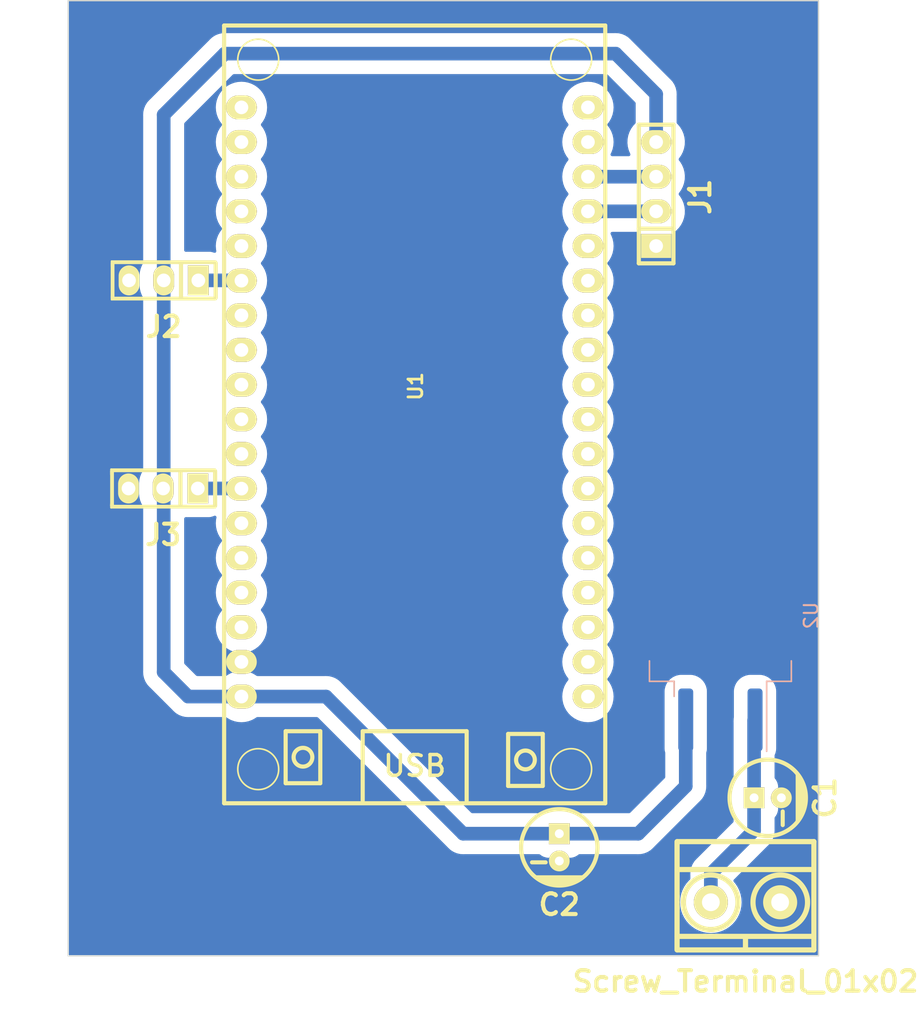
<source format=kicad_pcb>
(kicad_pcb (version 20221018) (generator pcbnew)
  (layers (0 "F.Cu" signal) (31 "B.Cu" signal) (34 "B.Paste" user) (35 "F.Paste" user) (36 "B.SilkS" user "B.Silkscreen") (37 "F.SilkS" user "F.Silkscreen") (38 "B.Mask" user) (39 "F.Mask" user) (44 "Edge.Cuts" user))
  (net 0 "")
  (net 1 "/5V")
  (net 2 "/PLUVI")
  (net 7 "/SAL _STEP")
  (net 28 "GND")
  (net 29 "/RX_E")
  (net 33 "/TX_E")
  (net 34 "/VELETA")
  (footprint "EESTN5:ESP32_DEVKIT_V1_DOIT" (layer "F.Cu") (at 55.4 43.14 -90)
    (fp_text reference "U1" (at 0.127 -0.0635 90) (layer "F.SilkS") (effects (font (size 1.016 1.016) (thickness 0.2032))))
    (fp_text value "ESP32_DevKit_V1_DOIT" hide)
    (fp_text user "USB" (at 27.94 0) (layer "F.SilkS") (effects (font (size 1.524 1.524) (thickness 0.254))))
    (fp_line (start -26.32 -13.97) (end -26.32 13.97) (stroke (width 0.3048)) (layer "F.SilkS"))
    (fp_line (start -26.32 -13.97) (end 30.68 -13.97) (stroke (width 0.3048)) (layer "F.SilkS"))
    (fp_line (start -26.32 13.97) (end 30.68 13.97) (stroke (width 0.3048)) (layer "F.SilkS"))
    (fp_line (start 25.4 -3.81) (end 25.4 3.81) (stroke (width 0.3048)) (layer "F.SilkS"))
    (fp_line (start 25.4 3.81) (end 30.48 3.81) (stroke (width 0.3048)) (layer "F.SilkS"))
    (fp_line (start 25.4 6.92) (end 29.21 6.92) (stroke (width 0.3048)) (layer "F.SilkS"))
    (fp_line (start 25.4 9.46) (end 25.4 6.92) (stroke (width 0.3048)) (layer "F.SilkS"))
    (fp_line (start 25.6 -9.39) (end 25.6 -6.85) (stroke (width 0.3048)) (layer "F.SilkS"))
    (fp_line (start 25.6 -6.85) (end 29.41 -6.85) (stroke (width 0.3048)) (layer "F.SilkS"))
    (fp_line (start 29.21 6.92) (end 29.21 9.46) (stroke (width 0.3048)) (layer "F.SilkS"))
    (fp_line (start 29.21 9.46) (end 25.4 9.46) (stroke (width 0.3048)) (layer "F.SilkS"))
    (fp_line (start 29.41 -9.39) (end 25.6 -9.39) (stroke (width 0.3048)) (layer "F.SilkS"))
    (fp_line (start 29.41 -6.85) (end 29.41 -9.39) (stroke (width 0.3048)) (layer "F.SilkS"))
    (fp_line (start 30.48 -3.81) (end 25.4 -3.81) (stroke (width 0.3048)) (layer "F.SilkS"))
    (fp_line (start 30.68 13.97) (end 30.68 -13.97) (stroke (width 0.3048)) (layer "F.SilkS"))
    (fp_circle (center -23.82 -11.47) (end -22.32 -11.47) (stroke (width 0.12)) (fill none) (layer "F.SilkS"))
    (fp_circle (center -23.82 11.47) (end -22.32 11.47) (stroke (width 0.12)) (fill none) (layer "F.SilkS"))
    (fp_circle (center 27.305 8.19) (end 27.8765 8.571) (stroke (width 0.3048)) (fill none) (layer "F.SilkS"))
    (fp_circle (center 27.505 -8.12) (end 28.0765 -7.739) (stroke (width 0.3048)) (fill none) (layer "F.SilkS"))
    (fp_circle (center 28.18 -11.47) (end 29.68 -11.47) (stroke (width 0.12)) (fill none) (layer "F.SilkS"))
    (fp_circle (center 28.18 11.47) (end 29.68 11.47) (stroke (width 0.12)) (fill none) (layer "F.SilkS"))
    (pad "1" thru_hole oval (at -20.32 12.7 90) (size 1.75 2.25) (drill 1) (layers "*.Cu" "*.Mask" "F.SilkS"))
    (pad "2" thru_hole oval (at -17.78 12.7 90) (size 1.75 2.25) (drill 1) (layers "*.Cu" "*.Mask" "F.SilkS"))
    (pad "3" thru_hole oval (at -15.24 12.7 90) (size 1.75 2.25) (drill 1) (layers "*.Cu" "*.Mask" "F.SilkS"))
    (pad "4" thru_hole oval (at -12.7 12.7 90) (size 1.75 2.25) (drill 1) (layers "*.Cu" "*.Mask" "F.SilkS"))
    (pad "5" thru_hole oval (at -10.16 12.7 90) (size 1.75 2.25) (drill 1) (layers "*.Cu" "*.Mask" "F.SilkS"))
    (pad "6" thru_hole oval (at -7.62 12.7 90) (size 1.75 2.25) (drill 1) (layers "*.Cu" "*.Mask" "F.SilkS") (net 2 "/PLUVI"))
    (pad "7" thru_hole oval (at -5.08 12.7 90) (size 1.75 2.25) (drill 1) (layers "*.Cu" "*.Mask" "F.SilkS"))
    (pad "8" thru_hole oval (at -2.54 12.7 90) (size 1.75 2.25) (drill 1) (layers "*.Cu" "*.Mask" "F.SilkS"))
    (pad "9" thru_hole oval (at 0 12.7 90) (size 1.75 2.25) (drill 1) (layers "*.Cu" "*.Mask" "F.SilkS"))
    (pad "10" thru_hole oval (at 2.54 12.7 90) (size 1.75 2.25) (drill 1) (layers "*.Cu" "*.Mask" "F.SilkS"))
    (pad "11" thru_hole oval (at 5.08 12.7 90) (size 1.75 2.25) (drill 1) (layers "*.Cu" "*.Mask" "F.SilkS"))
    (pad "12" thru_hole oval (at 7.62 12.7 90) (size 1.75 2.25) (drill 1) (layers "*.Cu" "*.Mask" "F.SilkS") (net 34 "/VELETA"))
    (pad "13" thru_hole oval (at 10.16 12.7 90) (size 1.75 2.25) (drill 1) (layers "*.Cu" "*.Mask" "F.SilkS"))
    (pad "14" thru_hole oval (at 12.7 12.7 90) (size 1.75 2.25) (drill 1) (layers "*.Cu" "*.Mask" "F.SilkS"))
    (pad "15" thru_hole oval (at 15.24 12.7 90) (size 1.75 2.25) (drill 1) (layers "*.Cu" "*.Mask" "F.SilkS"))
    (pad "16" thru_hole oval (at 17.78 12.7 90) (size 1.75 2.25) (drill 1) (layers "*.Cu" "*.Mask" "F.SilkS"))
    (pad "17" thru_hole oval (at 20.32 12.7 90) (size 1.75 2.25) (drill 1) (layers "*.Cu" "*.Mask" "F.SilkS") (net 28 "GND"))
    (pad "18" thru_hole oval (at 22.86 12.7 90) (size 1.75 2.25) (drill 1) (layers "*.Cu" "*.Mask" "F.SilkS") (net 1 "/5V"))
    (pad "19" thru_hole oval (at 22.86 -12.7 90) (size 1.75 2.25) (drill 1) (layers "*.Cu" "*.Mask" "F.SilkS"))
    (pad "20" thru_hole oval (at 20.32 -12.7 90) (size 1.75 2.25) (drill 1) (layers "*.Cu" "*.Mask" "F.SilkS"))
    (pad "21" thru_hole oval (at 17.78 -12.7 90) (size 1.75 2.25) (drill 1) (layers "*.Cu" "*.Mask" "F.SilkS"))
    (pad "22" thru_hole oval (at 15.24 -12.7 90) (size 1.75 2.25) (drill 1) (layers "*.Cu" "*.Mask" "F.SilkS"))
    (pad "23" thru_hole oval (at 12.7 -12.7 90) (size 1.75 2.25) (drill 1) (layers "*.Cu" "*.Mask" "F.SilkS"))
    (pad "24" thru_hole oval (at 10.16 -12.7 90) (size 1.75 2.25) (drill 1) (layers "*.Cu" "*.Mask" "F.SilkS"))
    (pad "25" thru_hole oval (at 7.62 -12.7 90) (size 1.75 2.25) (drill 1) (layers "*.Cu" "*.Mask" "F.SilkS"))
    (pad "26" thru_hole oval (at 5.08 -12.7 90) (size 1.75 2.25) (drill 1) (layers "*.Cu" "*.Mask" "F.SilkS"))
    (pad "27" thru_hole oval (at 2.54 -12.7 90) (size 1.75 2.25) (drill 1) (layers "*.Cu" "*.Mask" "F.SilkS"))
    (pad "28" thru_hole oval (at 0 -12.7 90) (size 1.75 2.25) (drill 1) (layers "*.Cu" "*.Mask" "F.SilkS"))
    (pad "29" thru_hole oval (at -2.54 -12.7 90) (size 1.75 2.25) (drill 1) (layers "*.Cu" "*.Mask" "F.SilkS"))
    (pad "30" thru_hole oval (at -5.08 -12.7 90) (size 1.75 2.25) (drill 1) (layers "*.Cu" "*.Mask" "F.SilkS"))
    (pad "31" thru_hole oval (at -7.62 -12.7 90) (size 1.75 2.25) (drill 1) (layers "*.Cu" "*.Mask" "F.SilkS"))
    (pad "32" thru_hole oval (at -10.16 -12.7 90) (size 1.75 2.25) (drill 1) (layers "*.Cu" "*.Mask" "F.SilkS"))
    (pad "33" thru_hole oval (at -12.7 -12.7 90) (size 1.75 2.25) (drill 1) (layers "*.Cu" "*.Mask" "F.SilkS") (net 29 "/RX_E"))
    (pad "34" thru_hole oval (at -15.24 -12.7 90) (size 1.75 2.25) (drill 1) (layers "*.Cu" "*.Mask" "F.SilkS") (net 33 "/TX_E"))
    (pad "35" thru_hole oval (at -17.78 -12.7 90) (size 1.75 2.25) (drill 1) (layers "*.Cu" "*.Mask" "F.SilkS"))
    (pad "36" thru_hole oval (at -20.32 -12.7 90) (size 1.75 2.25) (drill 1) (layers "*.Cu" "*.Mask" "F.SilkS"))
  )
  (footprint "EESTN5:Pin_Header_3" (layer "F.Cu") (at 36.96 50.75 180)
    (fp_text reference "J3" (at 0 -3.4) (layer "F.SilkS") (effects (font (size 1.5 1.5) (thickness 0.3))))
    (fp_text value "CONN_01X03" hide)
    (fp_line (start -3.81 -1.397) (end 3.81 -1.397) (stroke (width 0.15)) (layer "F.SilkS"))
    (fp_line (start -3.81 1.27) (end -3.81 -1.27) (stroke (width 0.3048)) (layer "F.SilkS"))
    (fp_line (start -1.27 -1.27) (end -1.27 1.27) (stroke (width 0.3048)) (layer "F.SilkS"))
    (fp_line (start 3.683 1.27) (end 3.683 -1.27) (stroke (width 0.15)) (layer "F.SilkS"))
    (fp_line (start 3.81 -1.397) (end 3.81 -1.143) (stroke (width 0.15)) (layer "F.SilkS"))
    (fp_line (start 3.81 -1.27) (end -3.81 -1.27) (stroke (width 0.15)) (layer "F.SilkS"))
    (fp_line (start 3.81 -1.27) (end 3.81 1.27) (stroke (width 0.15)) (layer "F.SilkS"))
    (fp_line (start 3.81 1.016) (end 3.81 1.397) (stroke (width 0.15)) (layer "F.SilkS"))
    (fp_line (start 3.81 1.27) (end -3.81 1.27) (stroke (width 0.15)) (layer "F.SilkS"))
    (fp_line (start 3.81 1.397) (end -3.81 1.397) (stroke (width 0.15)) (layer "F.SilkS"))
    (pad "1" thru_hole rect (at -2.54 0 180) (size 1.524 2.19964) (drill 1.00076) (layers "*.Cu" "*.Mask" "F.SilkS") (net 34 "/VELETA"))
    (pad "2" thru_hole oval (at 0 0 180) (size 1.524 2.19964) (drill 1.00076) (layers "*.Cu" "*.Mask" "F.SilkS") (net 1 "/5V"))
    (pad "3" thru_hole oval (at 2.54 0 180) (size 1.524 2.19964) (drill 1.00076) (layers "*.Cu" "*.Mask" "F.SilkS") (net 28 "GND"))
  )
  (footprint "EESTN5:CAP_ELEC_5x11mm" (layer "F.Cu") (at 66 77.05 180)
    (fp_text reference "C2" (at 0 -4.2) (layer "F.SilkS") (effects (font (size 1.524 1.524) (thickness 0.3048))))
    (fp_text value "CAPAPOL" hide)
    (fp_line (start -1.7 -2.2) (end 1.7 -2.2) (stroke (width 0.3048)) (layer "F.SilkS"))
    (fp_line (start -1.3 -2.4) (end 1.3 -2.4) (stroke (width 0.3048)) (layer "F.SilkS"))
    (fp_line (start -0.8 -2.6) (end 0.8 -2.6) (stroke (width 0.3048)) (layer "F.SilkS"))
    (fp_line (start 1 -1.1) (end 2 -1.1) (stroke (width 0.3)) (layer "F.SilkS"))
    (fp_circle (center 0 0) (end 2.8 0) (stroke (width 0.3048)) (fill none) (layer "F.SilkS"))
    (pad "1" thru_hole rect (at 0 1 180) (size 1.524 1.524) (drill 0.65) (layers "*.Cu" "*.Mask" "F.SilkS") (net 1 "/5V"))
    (pad "2" thru_hole circle (at 0 -1 180) (size 1.524 1.524) (drill 0.65) (layers "*.Cu" "*.Mask" "F.SilkS") (net 28 "GND"))
  )
  (footprint "EESTN5:pin_strip_4" (layer "F.Cu") (at 73.1 29.17 90)
    (fp_text reference "J1" (at -0.2032 3.2258 90) (layer "F.SilkS") (effects (font (size 1.5 1.5) (thickness 0.3))))
    (fp_text value "Conn_01x04" hide)
    (fp_line (start -5.08 -1.27) (end 5.08 -1.27) (stroke (width 0.3048)) (layer "F.SilkS"))
    (fp_line (start -5.08 1.27) (end -5.08 -1.27) (stroke (width 0.3048)) (layer "F.SilkS"))
    (fp_line (start -2.54 -1.27) (end -2.54 1.27) (stroke (width 0.3048)) (layer "F.SilkS"))
    (fp_line (start 5.08 -1.27) (end 5.08 1.27) (stroke (width 0.3048)) (layer "F.SilkS"))
    (fp_line (start 5.08 1.27) (end -5.08 1.27) (stroke (width 0.3048)) (layer "F.SilkS"))
    (pad "1" thru_hole rect (at -3.81 0 90) (size 1.75 2.2) (drill 1.00076) (layers "*.Cu" "*.Mask" "F.SilkS") (net 28 "GND"))
    (pad "2" thru_hole oval (at -1.27 0 90) (size 1.75 2.2) (drill 1.00076) (layers "*.Cu" "*.Mask" "F.SilkS") (net 29 "/RX_E"))
    (pad "3" thru_hole oval (at 1.27 0 90) (size 1.75 2.2) (drill 1.00076) (layers "*.Cu" "*.Mask" "F.SilkS") (net 33 "/TX_E"))
    (pad "4" thru_hole oval (at 3.81 0 90) (size 1.75 2.2) (drill 1.00076) (layers "*.Cu" "*.Mask" "F.SilkS") (net 1 "/5V"))
  )
  (footprint "EESTN5:CAP_ELEC_5x11mm" (layer "F.Cu") (at 81.28 73.42 -90)
    (fp_text reference "C1" (at 0 -4.2 90) (layer "F.SilkS") (effects (font (size 1.524 1.524) (thickness 0.3048))))
    (fp_text value "CAPAPOL" hide)
    (fp_line (start -1.7 -2.2) (end 1.7 -2.2) (stroke (width 0.3048)) (layer "F.SilkS"))
    (fp_line (start -1.3 -2.4) (end 1.3 -2.4) (stroke (width 0.3048)) (layer "F.SilkS"))
    (fp_line (start -0.8 -2.6) (end 0.8 -2.6) (stroke (width 0.3048)) (layer "F.SilkS"))
    (fp_line (start 1 -1.1) (end 2 -1.1) (stroke (width 0.3)) (layer "F.SilkS"))
    (fp_circle (center 0 0) (end 2.8 0) (stroke (width 0.3048)) (fill none) (layer "F.SilkS"))
    (pad "1" thru_hole rect (at 0 1 270) (size 1.524 1.524) (drill 0.65) (layers "*.Cu" "*.Mask" "F.SilkS") (net 7 "/SAL _STEP"))
    (pad "2" thru_hole circle (at 0 -1 270) (size 1.524 1.524) (drill 0.65) (layers "*.Cu" "*.Mask" "F.SilkS") (net 28 "GND"))
  )
  (footprint "EESTN5:BORNERA2_AZUL" (layer "F.Cu") (at 79.65 81.07625)
    (fp_text reference "J10" hide)
    (fp_text value "Screw_Terminal_01x02" (at 0 5.8) (layer "F.SilkS") (effects (font (size 1.5 1.5) (thickness 0.3))))
    (fp_line (start -5.0165 -4.445) (end -5.0165 3.4925) (stroke (width 0.381)) (layer "F.SilkS"))
    (fp_line (start -5 -2.4) (end 5 -2.4) (stroke (width 0.381)) (layer "F.SilkS"))
    (fp_line (start -5 2.5) (end 5 2.5) (stroke (width 0.381)) (layer "F.SilkS"))
    (fp_line (start -4.9835 3.4925) (end 5.0165 3.4925) (stroke (width 0.381)) (layer "F.SilkS"))
    (fp_line (start 0 2.54) (end 0 3.4845) (stroke (width 0.381)) (layer "F.SilkS"))
    (fp_line (start 5.0165 -4.445) (end -4.9835 -4.445) (stroke (width 0.381)) (layer "F.SilkS"))
    (fp_line (start 5.0165 3.4925) (end 5.0165 -4.445) (stroke (width 0.381)) (layer "F.SilkS"))
    (fp_circle (center -2.55 0) (end -0.55 0) (stroke (width 0.381)) (fill none) (layer "F.SilkS"))
    (fp_circle (center 2.55 0) (end 0.55 0) (stroke (width 0.381)) (fill none) (layer "F.SilkS"))
    (pad "1" thru_hole circle (at -2.54 0) (size 2.5 2.5) (drill 1.3) (layers "*.Cu" "*.Mask" "F.SilkS") (net 7 "/SAL _STEP"))
    (pad "2" thru_hole circle (at 2.54 0) (size 2.5 2.5) (drill 1.3) (layers "*.Cu" "*.Mask" "F.SilkS") (net 28 "GND"))
  )
  (footprint "EESTN5:Pin_Header_3" (layer "F.Cu") (at 37 35.5 180)
    (fp_text reference "J2" (at 0 -3.4) (layer "F.SilkS") (effects (font (size 1.5 1.5) (thickness 0.3))))
    (fp_text value "PLUVIOMETRO" hide)
    (fp_line (start -3.81 -1.397) (end 3.81 -1.397) (stroke (width 0.15)) (layer "F.SilkS"))
    (fp_line (start -3.81 1.27) (end -3.81 -1.27) (stroke (width 0.3048)) (layer "F.SilkS"))
    (fp_line (start -1.27 -1.27) (end -1.27 1.27) (stroke (width 0.3048)) (layer "F.SilkS"))
    (fp_line (start 3.683 1.27) (end 3.683 -1.27) (stroke (width 0.15)) (layer "F.SilkS"))
    (fp_line (start 3.81 -1.397) (end 3.81 -1.143) (stroke (width 0.15)) (layer "F.SilkS"))
    (fp_line (start 3.81 -1.27) (end -3.81 -1.27) (stroke (width 0.15)) (layer "F.SilkS"))
    (fp_line (start 3.81 -1.27) (end 3.81 1.27) (stroke (width 0.15)) (layer "F.SilkS"))
    (fp_line (start 3.81 1.016) (end 3.81 1.397) (stroke (width 0.15)) (layer "F.SilkS"))
    (fp_line (start 3.81 1.27) (end -3.81 1.27) (stroke (width 0.15)) (layer "F.SilkS"))
    (fp_line (start 3.81 1.397) (end -3.81 1.397) (stroke (width 0.15)) (layer "F.SilkS"))
    (pad "1" thru_hole rect (at -2.54 0 180) (size 1.524 2.19964) (drill 1.00076) (layers "*.Cu" "*.Mask" "F.SilkS") (net 2 "/PLUVI"))
    (pad "2" thru_hole oval (at 0 0 180) (size 1.524 2.19964) (drill 1.00076) (layers "*.Cu" "*.Mask" "F.SilkS") (net 1 "/5V"))
    (pad "3" thru_hole oval (at 2.54 0 180) (size 1.524 2.19964) (drill 1.00076) (layers "*.Cu" "*.Mask" "F.SilkS") (net 28 "GND"))
  )
  (footprint "Package_TO_SOT_SMD:TO-263-2" (layer "B.Cu") (at 77.81 60.06 90)
    (fp_text reference "U2" (at 0 6.65 90) (layer "B.SilkS") (effects (justify mirror)))
    (fp_text value "L7805")
    (fp_line (start -4.825 -5.2) (end -4.825 -3.39) (stroke (width 0.12)) (layer "B.SilkS"))
    (fp_line (start -4.825 -3.39) (end -5.925 -3.39) (stroke (width 0.12)) (layer "B.SilkS"))
    (fp_line (start -4.825 3.39) (end -9.95 3.39) (stroke (width 0.12)) (layer "B.SilkS"))
    (fp_line (start -4.825 5.2) (end -4.825 3.39) (stroke (width 0.12)) (layer "B.SilkS"))
    (fp_line (start -3.325 -5.2) (end -4.825 -5.2) (stroke (width 0.12)) (layer "B.SilkS"))
    (fp_line (start -3.325 5.2) (end -4.825 5.2) (stroke (width 0.12)) (layer "B.SilkS"))
    (pad "1" smd roundrect (at -7.65 2.54 90) (size 4.6 1.1) (layers "B.Cu" "B.Paste" "B.Mask") (roundrect_rratio 0.227273) (net 7 "/SAL _STEP"))
    (pad "2" smd roundrect (at -0.925 -2.775 90) (size 4.55 5.25) (layers "B.Cu" "B.Paste") (roundrect_rratio 0.054945) (net 28 "GND"))
    (pad "2" smd roundrect (at -0.925 2.775 90) (size 4.55 5.25) (layers "B.Cu" "B.Paste") (roundrect_rratio 0.054945) (net 28 "GND"))
    (pad "2" smd roundrect (at 1.5 0 90) (size 9.4 10.8) (layers "B.Cu" "B.Mask") (roundrect_rratio 0.026596) (net 28 "GND"))
    (pad "2" smd roundrect (at 3.925 -2.775 90) (size 4.55 5.25) (layers "B.Cu" "B.Paste") (roundrect_rratio 0.054945) (net 28 "GND"))
    (pad "2" smd roundrect (at 3.925 2.775 90) (size 4.55 5.25) (layers "B.Cu" "B.Paste") (roundrect_rratio 0.054945) (net 28 "GND"))
    (pad "3" smd roundrect (at -7.65 -2.54 90) (size 4.6 1.1) (layers "B.Cu" "B.Paste" "B.Mask") (roundrect_rratio 0.227273) (net 1 "/5V"))
  )
  (gr_rect (start 30 15) (end 85 85) (stroke (width 0.1)) (fill none) (layer "Edge.Cuts"))
  (segment (start 75.27 72.57) (end 71.79 76.05) (width 1) (layer "B.Cu") (net 1))
  (segment (start 37 35.5) (end 37 23.36) (width 1) (layer "B.Cu") (net 1))
  (segment (start 66 76.05) (end 58.95 76.05) (width 1) (layer "B.Cu") (net 1))
  (segment (start 58.95 76.05) (end 48.9 66) (width 1) (layer "B.Cu") (net 1))
  (segment (start 70.13 18.88) (end 73.1 21.85) (width 1) (layer "B.Cu") (net 1))
  (segment (start 48.9 66) (end 42.7 66) (width 1) (layer "B.Cu") (net 1))
  (segment (start 75.27 67.71) (end 75.27 72.57) (width 1) (layer "B.Cu") (net 1))
  (segment (start 73.1 21.85) (end 73.1 25.36) (width 1) (layer "B.Cu") (net 1))
  (segment (start 37 23.36) (end 41.48 18.88) (width 1) (layer "B.Cu") (net 1))
  (segment (start 71.79 76.05) (end 66 76.05) (width 1) (layer "B.Cu") (net 1))
  (segment (start 41.48 18.88) (end 70.13 18.88) (width 1) (layer "B.Cu") (net 1))
  (segment (start 37 64.21) (end 37 35.5) (width 1) (layer "B.Cu") (net 1))
  (segment (start 38.79 66) (end 37 64.21) (width 1) (layer "B.Cu") (net 1))
  (segment (start 42.7 66) (end 38.79 66) (width 1) (layer "B.Cu") (net 1))
  (segment (start 39.54 35.5) (end 42.68 35.5) (width 1) (layer "B.Cu") (net 2))
  (segment (start 42.68 35.5) (end 42.7 35.52) (width 1) (layer "B.Cu") (net 2))
  (segment (start 77.11 81.07625) (end 77.11 78.98) (width 1) (layer "B.Cu") (net 7))
  (segment (start 80.28 75.81) (end 80.28 73.42) (width 1) (layer "B.Cu") (net 7))
  (segment (start 77.11 78.98) (end 80.28 75.81) (width 1) (layer "B.Cu") (net 7))
  (segment (start 80.28 73.42) (end 80.28 67.78) (width 1) (layer "B.Cu") (net 7))
  (segment (start 80.28 67.78) (end 80.35 67.71) (width 1) (layer "B.Cu") (net 7))
  (segment (start 68.1 30.44) (end 73.1 30.44) (width 1) (layer "B.Cu") (net 29))
  (segment (start 68.1 27.9) (end 73.1 27.9) (width 1) (layer "B.Cu") (net 33))
  (segment (start 39.5 50.75) (end 42.69 50.75) (width 1) (layer "B.Cu") (net 34))
  (segment (start 42.69 50.75) (end 42.7 50.76) (width 1) (layer "B.Cu") (net 34))
  (zone (net 28) (net_name "GND") (layer "B.Cu") (connect_pads yes (clearance 1)) (min_thickness 0.25) (fill yes (thermal_gap 0.5) (thermal_bridge_width 0.5))
    (polygon (pts (xy 25 15) (xy 90 15) (xy 90 90) (xy 25 90)))
  )
)
</source>
